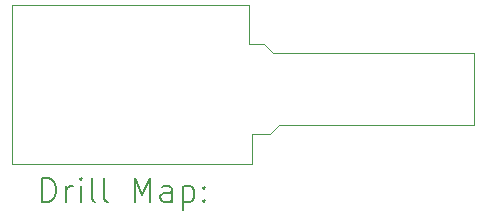
<source format=gbr>
%TF.GenerationSoftware,KiCad,Pcbnew,7.0.6-7.0.6~ubuntu22.04.1*%
%TF.CreationDate,2023-08-14T10:47:36+02:00*%
%TF.ProjectId,SHT45,53485434-352e-46b6-9963-61645f706362,rev?*%
%TF.SameCoordinates,Original*%
%TF.FileFunction,Drillmap*%
%TF.FilePolarity,Positive*%
%FSLAX45Y45*%
G04 Gerber Fmt 4.5, Leading zero omitted, Abs format (unit mm)*
G04 Created by KiCad (PCBNEW 7.0.6-7.0.6~ubuntu22.04.1) date 2023-08-14 10:47:36*
%MOMM*%
%LPD*%
G01*
G04 APERTURE LIST*
%ADD10C,0.100000*%
%ADD11C,0.200000*%
G04 APERTURE END LIST*
D10*
X14351000Y-7899400D02*
X14478000Y-7899400D01*
X14554200Y-7975600D01*
X16256000Y-7975600D01*
X16256000Y-8585200D01*
X14605000Y-8585200D01*
X14528800Y-8661400D01*
X14376400Y-8661400D01*
X14376400Y-8915400D01*
X12344400Y-8915400D01*
X12344400Y-7569200D01*
X14351000Y-7569200D01*
X14351000Y-7899400D01*
D11*
X12600177Y-9231884D02*
X12600177Y-9031884D01*
X12600177Y-9031884D02*
X12647796Y-9031884D01*
X12647796Y-9031884D02*
X12676367Y-9041408D01*
X12676367Y-9041408D02*
X12695415Y-9060455D01*
X12695415Y-9060455D02*
X12704939Y-9079503D01*
X12704939Y-9079503D02*
X12714462Y-9117598D01*
X12714462Y-9117598D02*
X12714462Y-9146170D01*
X12714462Y-9146170D02*
X12704939Y-9184265D01*
X12704939Y-9184265D02*
X12695415Y-9203312D01*
X12695415Y-9203312D02*
X12676367Y-9222360D01*
X12676367Y-9222360D02*
X12647796Y-9231884D01*
X12647796Y-9231884D02*
X12600177Y-9231884D01*
X12800177Y-9231884D02*
X12800177Y-9098550D01*
X12800177Y-9136646D02*
X12809701Y-9117598D01*
X12809701Y-9117598D02*
X12819224Y-9108074D01*
X12819224Y-9108074D02*
X12838272Y-9098550D01*
X12838272Y-9098550D02*
X12857320Y-9098550D01*
X12923986Y-9231884D02*
X12923986Y-9098550D01*
X12923986Y-9031884D02*
X12914462Y-9041408D01*
X12914462Y-9041408D02*
X12923986Y-9050931D01*
X12923986Y-9050931D02*
X12933510Y-9041408D01*
X12933510Y-9041408D02*
X12923986Y-9031884D01*
X12923986Y-9031884D02*
X12923986Y-9050931D01*
X13047796Y-9231884D02*
X13028748Y-9222360D01*
X13028748Y-9222360D02*
X13019224Y-9203312D01*
X13019224Y-9203312D02*
X13019224Y-9031884D01*
X13152558Y-9231884D02*
X13133510Y-9222360D01*
X13133510Y-9222360D02*
X13123986Y-9203312D01*
X13123986Y-9203312D02*
X13123986Y-9031884D01*
X13381129Y-9231884D02*
X13381129Y-9031884D01*
X13381129Y-9031884D02*
X13447796Y-9174741D01*
X13447796Y-9174741D02*
X13514462Y-9031884D01*
X13514462Y-9031884D02*
X13514462Y-9231884D01*
X13695415Y-9231884D02*
X13695415Y-9127122D01*
X13695415Y-9127122D02*
X13685891Y-9108074D01*
X13685891Y-9108074D02*
X13666843Y-9098550D01*
X13666843Y-9098550D02*
X13628748Y-9098550D01*
X13628748Y-9098550D02*
X13609701Y-9108074D01*
X13695415Y-9222360D02*
X13676367Y-9231884D01*
X13676367Y-9231884D02*
X13628748Y-9231884D01*
X13628748Y-9231884D02*
X13609701Y-9222360D01*
X13609701Y-9222360D02*
X13600177Y-9203312D01*
X13600177Y-9203312D02*
X13600177Y-9184265D01*
X13600177Y-9184265D02*
X13609701Y-9165217D01*
X13609701Y-9165217D02*
X13628748Y-9155693D01*
X13628748Y-9155693D02*
X13676367Y-9155693D01*
X13676367Y-9155693D02*
X13695415Y-9146170D01*
X13790653Y-9098550D02*
X13790653Y-9298550D01*
X13790653Y-9108074D02*
X13809701Y-9098550D01*
X13809701Y-9098550D02*
X13847796Y-9098550D01*
X13847796Y-9098550D02*
X13866843Y-9108074D01*
X13866843Y-9108074D02*
X13876367Y-9117598D01*
X13876367Y-9117598D02*
X13885891Y-9136646D01*
X13885891Y-9136646D02*
X13885891Y-9193789D01*
X13885891Y-9193789D02*
X13876367Y-9212836D01*
X13876367Y-9212836D02*
X13866843Y-9222360D01*
X13866843Y-9222360D02*
X13847796Y-9231884D01*
X13847796Y-9231884D02*
X13809701Y-9231884D01*
X13809701Y-9231884D02*
X13790653Y-9222360D01*
X13971605Y-9212836D02*
X13981129Y-9222360D01*
X13981129Y-9222360D02*
X13971605Y-9231884D01*
X13971605Y-9231884D02*
X13962082Y-9222360D01*
X13962082Y-9222360D02*
X13971605Y-9212836D01*
X13971605Y-9212836D02*
X13971605Y-9231884D01*
X13971605Y-9108074D02*
X13981129Y-9117598D01*
X13981129Y-9117598D02*
X13971605Y-9127122D01*
X13971605Y-9127122D02*
X13962082Y-9117598D01*
X13962082Y-9117598D02*
X13971605Y-9108074D01*
X13971605Y-9108074D02*
X13971605Y-9127122D01*
M02*

</source>
